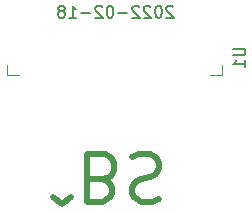
<source format=gbr>
%TF.GenerationSoftware,KiCad,Pcbnew,(6.0.2-0)*%
%TF.CreationDate,2022-02-18T14:37:52+00:00*%
%TF.ProjectId,USBA,55534241-2e6b-4696-9361-645f70636258,1*%
%TF.SameCoordinates,Original*%
%TF.FileFunction,Legend,Bot*%
%TF.FilePolarity,Positive*%
%FSLAX46Y46*%
G04 Gerber Fmt 4.6, Leading zero omitted, Abs format (unit mm)*
G04 Created by KiCad (PCBNEW (6.0.2-0)) date 2022-02-18 14:37:52*
%MOMM*%
%LPD*%
G01*
G04 APERTURE LIST*
%ADD10C,0.150000*%
%ADD11C,0.500000*%
%ADD12C,0.120000*%
G04 APERTURE END LIST*
D10*
X126457142Y-112697619D02*
X126409523Y-112650000D01*
X126314285Y-112602380D01*
X126076190Y-112602380D01*
X125980952Y-112650000D01*
X125933333Y-112697619D01*
X125885714Y-112792857D01*
X125885714Y-112888095D01*
X125933333Y-113030952D01*
X126504761Y-113602380D01*
X125885714Y-113602380D01*
X125266666Y-112602380D02*
X125171428Y-112602380D01*
X125076190Y-112650000D01*
X125028571Y-112697619D01*
X124980952Y-112792857D01*
X124933333Y-112983333D01*
X124933333Y-113221428D01*
X124980952Y-113411904D01*
X125028571Y-113507142D01*
X125076190Y-113554761D01*
X125171428Y-113602380D01*
X125266666Y-113602380D01*
X125361904Y-113554761D01*
X125409523Y-113507142D01*
X125457142Y-113411904D01*
X125504761Y-113221428D01*
X125504761Y-112983333D01*
X125457142Y-112792857D01*
X125409523Y-112697619D01*
X125361904Y-112650000D01*
X125266666Y-112602380D01*
X124552380Y-112697619D02*
X124504761Y-112650000D01*
X124409523Y-112602380D01*
X124171428Y-112602380D01*
X124076190Y-112650000D01*
X124028571Y-112697619D01*
X123980952Y-112792857D01*
X123980952Y-112888095D01*
X124028571Y-113030952D01*
X124600000Y-113602380D01*
X123980952Y-113602380D01*
X123600000Y-112697619D02*
X123552380Y-112650000D01*
X123457142Y-112602380D01*
X123219047Y-112602380D01*
X123123809Y-112650000D01*
X123076190Y-112697619D01*
X123028571Y-112792857D01*
X123028571Y-112888095D01*
X123076190Y-113030952D01*
X123647619Y-113602380D01*
X123028571Y-113602380D01*
X122600000Y-113221428D02*
X121838095Y-113221428D01*
X121171428Y-112602380D02*
X121076190Y-112602380D01*
X120980952Y-112650000D01*
X120933333Y-112697619D01*
X120885714Y-112792857D01*
X120838095Y-112983333D01*
X120838095Y-113221428D01*
X120885714Y-113411904D01*
X120933333Y-113507142D01*
X120980952Y-113554761D01*
X121076190Y-113602380D01*
X121171428Y-113602380D01*
X121266666Y-113554761D01*
X121314285Y-113507142D01*
X121361904Y-113411904D01*
X121409523Y-113221428D01*
X121409523Y-112983333D01*
X121361904Y-112792857D01*
X121314285Y-112697619D01*
X121266666Y-112650000D01*
X121171428Y-112602380D01*
X120457142Y-112697619D02*
X120409523Y-112650000D01*
X120314285Y-112602380D01*
X120076190Y-112602380D01*
X119980952Y-112650000D01*
X119933333Y-112697619D01*
X119885714Y-112792857D01*
X119885714Y-112888095D01*
X119933333Y-113030952D01*
X120504761Y-113602380D01*
X119885714Y-113602380D01*
X119457142Y-113221428D02*
X118695238Y-113221428D01*
X117695238Y-113602380D02*
X118266666Y-113602380D01*
X117980952Y-113602380D02*
X117980952Y-112602380D01*
X118076190Y-112745238D01*
X118171428Y-112840476D01*
X118266666Y-112888095D01*
X117123809Y-113030952D02*
X117219047Y-112983333D01*
X117266666Y-112935714D01*
X117314285Y-112840476D01*
X117314285Y-112792857D01*
X117266666Y-112697619D01*
X117219047Y-112650000D01*
X117123809Y-112602380D01*
X116933333Y-112602380D01*
X116838095Y-112650000D01*
X116790476Y-112697619D01*
X116742857Y-112792857D01*
X116742857Y-112840476D01*
X116790476Y-112935714D01*
X116838095Y-112983333D01*
X116933333Y-113030952D01*
X117123809Y-113030952D01*
X117219047Y-113078571D01*
X117266666Y-113126190D01*
X117314285Y-113221428D01*
X117314285Y-113411904D01*
X117266666Y-113507142D01*
X117219047Y-113554761D01*
X117123809Y-113602380D01*
X116933333Y-113602380D01*
X116838095Y-113554761D01*
X116790476Y-113507142D01*
X116742857Y-113411904D01*
X116742857Y-113221428D01*
X116790476Y-113126190D01*
X116838095Y-113078571D01*
X116933333Y-113030952D01*
D11*
X116333333Y-128809523D02*
X117095238Y-129380952D01*
X117857142Y-128809523D01*
X120523809Y-127285714D02*
X121095238Y-127095238D01*
X121285714Y-126904761D01*
X121476190Y-126523809D01*
X121476190Y-125952380D01*
X121285714Y-125571428D01*
X121095238Y-125380952D01*
X120714285Y-125190476D01*
X119190476Y-125190476D01*
X119190476Y-129190476D01*
X120523809Y-129190476D01*
X120904761Y-129000000D01*
X121095238Y-128809523D01*
X121285714Y-128428571D01*
X121285714Y-128047619D01*
X121095238Y-127666666D01*
X120904761Y-127476190D01*
X120523809Y-127285714D01*
X119190476Y-127285714D01*
X123000000Y-125380952D02*
X123571428Y-125190476D01*
X124523809Y-125190476D01*
X124904761Y-125380952D01*
X125095238Y-125571428D01*
X125285714Y-125952380D01*
X125285714Y-126333333D01*
X125095238Y-126714285D01*
X124904761Y-126904761D01*
X124523809Y-127095238D01*
X123761904Y-127285714D01*
X123380952Y-127476190D01*
X123190476Y-127666666D01*
X123000000Y-128047619D01*
X123000000Y-128428571D01*
X123190476Y-128809523D01*
X123380952Y-129000000D01*
X123761904Y-129190476D01*
X124714285Y-129190476D01*
X125285714Y-129000000D01*
D10*
%TO.C,U1*%
X131562380Y-116218095D02*
X132371904Y-116218095D01*
X132467142Y-116265714D01*
X132514761Y-116313333D01*
X132562380Y-116408571D01*
X132562380Y-116599047D01*
X132514761Y-116694285D01*
X132467142Y-116741904D01*
X132371904Y-116789523D01*
X131562380Y-116789523D01*
X132562380Y-117789523D02*
X132562380Y-117218095D01*
X132562380Y-117503809D02*
X131562380Y-117503809D01*
X131705238Y-117408571D01*
X131800476Y-117313333D01*
X131848095Y-117218095D01*
D12*
X130620000Y-117650000D02*
X130620000Y-118430000D01*
X112380000Y-117650000D02*
X112380000Y-118430000D01*
X112380000Y-118430000D02*
X113380000Y-118430000D01*
X130620000Y-118430000D02*
X129620000Y-118430000D01*
%TD*%
M02*

</source>
